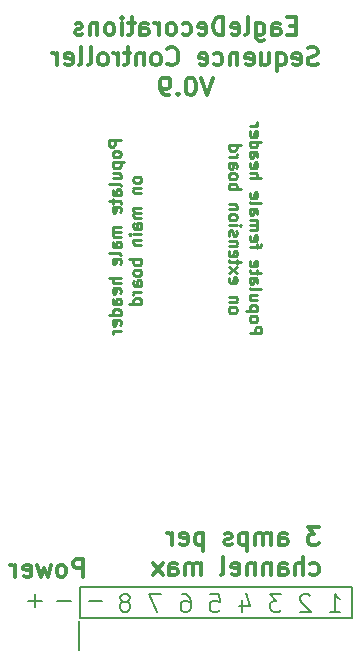
<source format=gbr>
G04 #@! TF.GenerationSoftware,KiCad,Pcbnew,(5.0.0)*
G04 #@! TF.CreationDate,2019-09-03T16:24:46-07:00*
G04 #@! TF.ProjectId,Sequence Controller,53657175656E636520436F6E74726F6C,rev?*
G04 #@! TF.SameCoordinates,Original*
G04 #@! TF.FileFunction,Legend,Bot*
G04 #@! TF.FilePolarity,Positive*
%FSLAX46Y46*%
G04 Gerber Fmt 4.6, Leading zero omitted, Abs format (unit mm)*
G04 Created by KiCad (PCBNEW (5.0.0)) date 09/03/19 16:24:46*
%MOMM*%
%LPD*%
G01*
G04 APERTURE LIST*
%ADD10C,0.200000*%
%ADD11C,0.300000*%
%ADD12C,0.250000*%
G04 APERTURE END LIST*
D10*
X116565680Y-122709940D02*
X116565680Y-125194060D01*
X139674600Y-122478800D02*
X116662200Y-122476260D01*
X139674600Y-119888000D02*
X139674600Y-122478800D01*
X116634260Y-119888000D02*
X139674600Y-119888000D01*
X116634260Y-122463561D02*
X116634260Y-119888000D01*
D11*
X116875665Y-118994311D02*
X116875665Y-117494311D01*
X116304237Y-117494311D01*
X116161380Y-117565740D01*
X116089951Y-117637168D01*
X116018522Y-117780025D01*
X116018522Y-117994311D01*
X116089951Y-118137168D01*
X116161380Y-118208597D01*
X116304237Y-118280025D01*
X116875665Y-118280025D01*
X115161380Y-118994311D02*
X115304237Y-118922882D01*
X115375665Y-118851454D01*
X115447094Y-118708597D01*
X115447094Y-118280025D01*
X115375665Y-118137168D01*
X115304237Y-118065740D01*
X115161380Y-117994311D01*
X114947094Y-117994311D01*
X114804237Y-118065740D01*
X114732808Y-118137168D01*
X114661380Y-118280025D01*
X114661380Y-118708597D01*
X114732808Y-118851454D01*
X114804237Y-118922882D01*
X114947094Y-118994311D01*
X115161380Y-118994311D01*
X114161380Y-117994311D02*
X113875665Y-118994311D01*
X113589951Y-118280025D01*
X113304237Y-118994311D01*
X113018522Y-117994311D01*
X111875665Y-118922882D02*
X112018522Y-118994311D01*
X112304237Y-118994311D01*
X112447094Y-118922882D01*
X112518522Y-118780025D01*
X112518522Y-118208597D01*
X112447094Y-118065740D01*
X112304237Y-117994311D01*
X112018522Y-117994311D01*
X111875665Y-118065740D01*
X111804237Y-118208597D01*
X111804237Y-118351454D01*
X112518522Y-118494311D01*
X111161380Y-118994311D02*
X111161380Y-117994311D01*
X111161380Y-118280025D02*
X111089951Y-118137168D01*
X111018522Y-118065740D01*
X110875665Y-117994311D01*
X110732808Y-117994311D01*
X136837025Y-114807071D02*
X135908454Y-114807071D01*
X136408454Y-115378500D01*
X136194168Y-115378500D01*
X136051311Y-115449928D01*
X135979882Y-115521357D01*
X135908454Y-115664214D01*
X135908454Y-116021357D01*
X135979882Y-116164214D01*
X136051311Y-116235642D01*
X136194168Y-116307071D01*
X136622740Y-116307071D01*
X136765597Y-116235642D01*
X136837025Y-116164214D01*
X133479882Y-116307071D02*
X133479882Y-115521357D01*
X133551311Y-115378500D01*
X133694168Y-115307071D01*
X133979882Y-115307071D01*
X134122740Y-115378500D01*
X133479882Y-116235642D02*
X133622740Y-116307071D01*
X133979882Y-116307071D01*
X134122740Y-116235642D01*
X134194168Y-116092785D01*
X134194168Y-115949928D01*
X134122740Y-115807071D01*
X133979882Y-115735642D01*
X133622740Y-115735642D01*
X133479882Y-115664214D01*
X132765597Y-116307071D02*
X132765597Y-115307071D01*
X132765597Y-115449928D02*
X132694168Y-115378500D01*
X132551311Y-115307071D01*
X132337025Y-115307071D01*
X132194168Y-115378500D01*
X132122740Y-115521357D01*
X132122740Y-116307071D01*
X132122740Y-115521357D02*
X132051311Y-115378500D01*
X131908454Y-115307071D01*
X131694168Y-115307071D01*
X131551311Y-115378500D01*
X131479882Y-115521357D01*
X131479882Y-116307071D01*
X130765597Y-115307071D02*
X130765597Y-116807071D01*
X130765597Y-115378500D02*
X130622740Y-115307071D01*
X130337025Y-115307071D01*
X130194168Y-115378500D01*
X130122740Y-115449928D01*
X130051311Y-115592785D01*
X130051311Y-116021357D01*
X130122740Y-116164214D01*
X130194168Y-116235642D01*
X130337025Y-116307071D01*
X130622740Y-116307071D01*
X130765597Y-116235642D01*
X129479882Y-116235642D02*
X129337025Y-116307071D01*
X129051311Y-116307071D01*
X128908454Y-116235642D01*
X128837025Y-116092785D01*
X128837025Y-116021357D01*
X128908454Y-115878500D01*
X129051311Y-115807071D01*
X129265597Y-115807071D01*
X129408454Y-115735642D01*
X129479882Y-115592785D01*
X129479882Y-115521357D01*
X129408454Y-115378500D01*
X129265597Y-115307071D01*
X129051311Y-115307071D01*
X128908454Y-115378500D01*
X127051311Y-115307071D02*
X127051311Y-116807071D01*
X127051311Y-115378500D02*
X126908454Y-115307071D01*
X126622740Y-115307071D01*
X126479882Y-115378500D01*
X126408454Y-115449928D01*
X126337025Y-115592785D01*
X126337025Y-116021357D01*
X126408454Y-116164214D01*
X126479882Y-116235642D01*
X126622740Y-116307071D01*
X126908454Y-116307071D01*
X127051311Y-116235642D01*
X125122740Y-116235642D02*
X125265597Y-116307071D01*
X125551311Y-116307071D01*
X125694168Y-116235642D01*
X125765597Y-116092785D01*
X125765597Y-115521357D01*
X125694168Y-115378500D01*
X125551311Y-115307071D01*
X125265597Y-115307071D01*
X125122740Y-115378500D01*
X125051311Y-115521357D01*
X125051311Y-115664214D01*
X125765597Y-115807071D01*
X124408454Y-116307071D02*
X124408454Y-115307071D01*
X124408454Y-115592785D02*
X124337025Y-115449928D01*
X124265597Y-115378500D01*
X124122740Y-115307071D01*
X123979882Y-115307071D01*
X136122740Y-118785642D02*
X136265597Y-118857071D01*
X136551311Y-118857071D01*
X136694168Y-118785642D01*
X136765597Y-118714214D01*
X136837025Y-118571357D01*
X136837025Y-118142785D01*
X136765597Y-117999928D01*
X136694168Y-117928500D01*
X136551311Y-117857071D01*
X136265597Y-117857071D01*
X136122740Y-117928500D01*
X135479882Y-118857071D02*
X135479882Y-117357071D01*
X134837025Y-118857071D02*
X134837025Y-118071357D01*
X134908454Y-117928500D01*
X135051311Y-117857071D01*
X135265597Y-117857071D01*
X135408454Y-117928500D01*
X135479882Y-117999928D01*
X133479882Y-118857071D02*
X133479882Y-118071357D01*
X133551311Y-117928500D01*
X133694168Y-117857071D01*
X133979882Y-117857071D01*
X134122740Y-117928500D01*
X133479882Y-118785642D02*
X133622740Y-118857071D01*
X133979882Y-118857071D01*
X134122740Y-118785642D01*
X134194168Y-118642785D01*
X134194168Y-118499928D01*
X134122740Y-118357071D01*
X133979882Y-118285642D01*
X133622740Y-118285642D01*
X133479882Y-118214214D01*
X132765597Y-117857071D02*
X132765597Y-118857071D01*
X132765597Y-117999928D02*
X132694168Y-117928500D01*
X132551311Y-117857071D01*
X132337025Y-117857071D01*
X132194168Y-117928500D01*
X132122740Y-118071357D01*
X132122740Y-118857071D01*
X131408454Y-117857071D02*
X131408454Y-118857071D01*
X131408454Y-117999928D02*
X131337025Y-117928500D01*
X131194168Y-117857071D01*
X130979882Y-117857071D01*
X130837025Y-117928500D01*
X130765597Y-118071357D01*
X130765597Y-118857071D01*
X129479882Y-118785642D02*
X129622740Y-118857071D01*
X129908454Y-118857071D01*
X130051311Y-118785642D01*
X130122740Y-118642785D01*
X130122740Y-118071357D01*
X130051311Y-117928500D01*
X129908454Y-117857071D01*
X129622740Y-117857071D01*
X129479882Y-117928500D01*
X129408454Y-118071357D01*
X129408454Y-118214214D01*
X130122740Y-118357071D01*
X128551311Y-118857071D02*
X128694168Y-118785642D01*
X128765597Y-118642785D01*
X128765597Y-117357071D01*
X126837025Y-118857071D02*
X126837025Y-117857071D01*
X126837025Y-117999928D02*
X126765597Y-117928500D01*
X126622740Y-117857071D01*
X126408454Y-117857071D01*
X126265597Y-117928500D01*
X126194168Y-118071357D01*
X126194168Y-118857071D01*
X126194168Y-118071357D02*
X126122740Y-117928500D01*
X125979882Y-117857071D01*
X125765597Y-117857071D01*
X125622740Y-117928500D01*
X125551311Y-118071357D01*
X125551311Y-118857071D01*
X124194168Y-118857071D02*
X124194168Y-118071357D01*
X124265597Y-117928500D01*
X124408454Y-117857071D01*
X124694168Y-117857071D01*
X124837025Y-117928500D01*
X124194168Y-118785642D02*
X124337025Y-118857071D01*
X124694168Y-118857071D01*
X124837025Y-118785642D01*
X124908454Y-118642785D01*
X124908454Y-118499928D01*
X124837025Y-118357071D01*
X124694168Y-118285642D01*
X124337025Y-118285642D01*
X124194168Y-118214214D01*
X123622740Y-118857071D02*
X122837025Y-117857071D01*
X123622740Y-117857071D02*
X122837025Y-118857071D01*
D12*
X130978619Y-98392142D02*
X131978619Y-98392142D01*
X131978619Y-98011190D01*
X131931000Y-97915952D01*
X131883380Y-97868333D01*
X131788142Y-97820714D01*
X131645285Y-97820714D01*
X131550047Y-97868333D01*
X131502428Y-97915952D01*
X131454809Y-98011190D01*
X131454809Y-98392142D01*
X130978619Y-97249285D02*
X131026238Y-97344523D01*
X131073857Y-97392142D01*
X131169095Y-97439761D01*
X131454809Y-97439761D01*
X131550047Y-97392142D01*
X131597666Y-97344523D01*
X131645285Y-97249285D01*
X131645285Y-97106428D01*
X131597666Y-97011190D01*
X131550047Y-96963571D01*
X131454809Y-96915952D01*
X131169095Y-96915952D01*
X131073857Y-96963571D01*
X131026238Y-97011190D01*
X130978619Y-97106428D01*
X130978619Y-97249285D01*
X131645285Y-96487380D02*
X130645285Y-96487380D01*
X131597666Y-96487380D02*
X131645285Y-96392142D01*
X131645285Y-96201666D01*
X131597666Y-96106428D01*
X131550047Y-96058809D01*
X131454809Y-96011190D01*
X131169095Y-96011190D01*
X131073857Y-96058809D01*
X131026238Y-96106428D01*
X130978619Y-96201666D01*
X130978619Y-96392142D01*
X131026238Y-96487380D01*
X131645285Y-95154047D02*
X130978619Y-95154047D01*
X131645285Y-95582619D02*
X131121476Y-95582619D01*
X131026238Y-95535000D01*
X130978619Y-95439761D01*
X130978619Y-95296904D01*
X131026238Y-95201666D01*
X131073857Y-95154047D01*
X130978619Y-94535000D02*
X131026238Y-94630238D01*
X131121476Y-94677857D01*
X131978619Y-94677857D01*
X130978619Y-93725476D02*
X131502428Y-93725476D01*
X131597666Y-93773095D01*
X131645285Y-93868333D01*
X131645285Y-94058809D01*
X131597666Y-94154047D01*
X131026238Y-93725476D02*
X130978619Y-93820714D01*
X130978619Y-94058809D01*
X131026238Y-94154047D01*
X131121476Y-94201666D01*
X131216714Y-94201666D01*
X131311952Y-94154047D01*
X131359571Y-94058809D01*
X131359571Y-93820714D01*
X131407190Y-93725476D01*
X131645285Y-93392142D02*
X131645285Y-93011190D01*
X131978619Y-93249285D02*
X131121476Y-93249285D01*
X131026238Y-93201666D01*
X130978619Y-93106428D01*
X130978619Y-93011190D01*
X131026238Y-92296904D02*
X130978619Y-92392142D01*
X130978619Y-92582619D01*
X131026238Y-92677857D01*
X131121476Y-92725476D01*
X131502428Y-92725476D01*
X131597666Y-92677857D01*
X131645285Y-92582619D01*
X131645285Y-92392142D01*
X131597666Y-92296904D01*
X131502428Y-92249285D01*
X131407190Y-92249285D01*
X131311952Y-92725476D01*
X131645285Y-91201666D02*
X131645285Y-90820714D01*
X130978619Y-91058809D02*
X131835761Y-91058809D01*
X131931000Y-91011190D01*
X131978619Y-90915952D01*
X131978619Y-90820714D01*
X131026238Y-90106428D02*
X130978619Y-90201666D01*
X130978619Y-90392142D01*
X131026238Y-90487380D01*
X131121476Y-90535000D01*
X131502428Y-90535000D01*
X131597666Y-90487380D01*
X131645285Y-90392142D01*
X131645285Y-90201666D01*
X131597666Y-90106428D01*
X131502428Y-90058809D01*
X131407190Y-90058809D01*
X131311952Y-90535000D01*
X130978619Y-89630238D02*
X131645285Y-89630238D01*
X131550047Y-89630238D02*
X131597666Y-89582619D01*
X131645285Y-89487380D01*
X131645285Y-89344523D01*
X131597666Y-89249285D01*
X131502428Y-89201666D01*
X130978619Y-89201666D01*
X131502428Y-89201666D02*
X131597666Y-89154047D01*
X131645285Y-89058809D01*
X131645285Y-88915952D01*
X131597666Y-88820714D01*
X131502428Y-88773095D01*
X130978619Y-88773095D01*
X130978619Y-87868333D02*
X131502428Y-87868333D01*
X131597666Y-87915952D01*
X131645285Y-88011190D01*
X131645285Y-88201666D01*
X131597666Y-88296904D01*
X131026238Y-87868333D02*
X130978619Y-87963571D01*
X130978619Y-88201666D01*
X131026238Y-88296904D01*
X131121476Y-88344523D01*
X131216714Y-88344523D01*
X131311952Y-88296904D01*
X131359571Y-88201666D01*
X131359571Y-87963571D01*
X131407190Y-87868333D01*
X130978619Y-87249285D02*
X131026238Y-87344523D01*
X131121476Y-87392142D01*
X131978619Y-87392142D01*
X131026238Y-86487380D02*
X130978619Y-86582619D01*
X130978619Y-86773095D01*
X131026238Y-86868333D01*
X131121476Y-86915952D01*
X131502428Y-86915952D01*
X131597666Y-86868333D01*
X131645285Y-86773095D01*
X131645285Y-86582619D01*
X131597666Y-86487380D01*
X131502428Y-86439761D01*
X131407190Y-86439761D01*
X131311952Y-86915952D01*
X130978619Y-85249285D02*
X131978619Y-85249285D01*
X130978619Y-84820714D02*
X131502428Y-84820714D01*
X131597666Y-84868333D01*
X131645285Y-84963571D01*
X131645285Y-85106428D01*
X131597666Y-85201666D01*
X131550047Y-85249285D01*
X131026238Y-83963571D02*
X130978619Y-84058809D01*
X130978619Y-84249285D01*
X131026238Y-84344523D01*
X131121476Y-84392142D01*
X131502428Y-84392142D01*
X131597666Y-84344523D01*
X131645285Y-84249285D01*
X131645285Y-84058809D01*
X131597666Y-83963571D01*
X131502428Y-83915952D01*
X131407190Y-83915952D01*
X131311952Y-84392142D01*
X130978619Y-83058809D02*
X131502428Y-83058809D01*
X131597666Y-83106428D01*
X131645285Y-83201666D01*
X131645285Y-83392142D01*
X131597666Y-83487380D01*
X131026238Y-83058809D02*
X130978619Y-83154047D01*
X130978619Y-83392142D01*
X131026238Y-83487380D01*
X131121476Y-83535000D01*
X131216714Y-83535000D01*
X131311952Y-83487380D01*
X131359571Y-83392142D01*
X131359571Y-83154047D01*
X131407190Y-83058809D01*
X130978619Y-82154047D02*
X131978619Y-82154047D01*
X131026238Y-82154047D02*
X130978619Y-82249285D01*
X130978619Y-82439761D01*
X131026238Y-82535000D01*
X131073857Y-82582619D01*
X131169095Y-82630238D01*
X131454809Y-82630238D01*
X131550047Y-82582619D01*
X131597666Y-82535000D01*
X131645285Y-82439761D01*
X131645285Y-82249285D01*
X131597666Y-82154047D01*
X131026238Y-81296904D02*
X130978619Y-81392142D01*
X130978619Y-81582619D01*
X131026238Y-81677857D01*
X131121476Y-81725476D01*
X131502428Y-81725476D01*
X131597666Y-81677857D01*
X131645285Y-81582619D01*
X131645285Y-81392142D01*
X131597666Y-81296904D01*
X131502428Y-81249285D01*
X131407190Y-81249285D01*
X131311952Y-81725476D01*
X130978619Y-80820714D02*
X131645285Y-80820714D01*
X131454809Y-80820714D02*
X131550047Y-80773095D01*
X131597666Y-80725476D01*
X131645285Y-80630238D01*
X131645285Y-80535000D01*
X129228619Y-96487380D02*
X129276238Y-96582619D01*
X129323857Y-96630238D01*
X129419095Y-96677857D01*
X129704809Y-96677857D01*
X129800047Y-96630238D01*
X129847666Y-96582619D01*
X129895285Y-96487380D01*
X129895285Y-96344523D01*
X129847666Y-96249285D01*
X129800047Y-96201666D01*
X129704809Y-96154047D01*
X129419095Y-96154047D01*
X129323857Y-96201666D01*
X129276238Y-96249285D01*
X129228619Y-96344523D01*
X129228619Y-96487380D01*
X129895285Y-95725476D02*
X129228619Y-95725476D01*
X129800047Y-95725476D02*
X129847666Y-95677857D01*
X129895285Y-95582619D01*
X129895285Y-95439761D01*
X129847666Y-95344523D01*
X129752428Y-95296904D01*
X129228619Y-95296904D01*
X129276238Y-93677857D02*
X129228619Y-93773095D01*
X129228619Y-93963571D01*
X129276238Y-94058809D01*
X129371476Y-94106428D01*
X129752428Y-94106428D01*
X129847666Y-94058809D01*
X129895285Y-93963571D01*
X129895285Y-93773095D01*
X129847666Y-93677857D01*
X129752428Y-93630238D01*
X129657190Y-93630238D01*
X129561952Y-94106428D01*
X129228619Y-93296904D02*
X129895285Y-92773095D01*
X129895285Y-93296904D02*
X129228619Y-92773095D01*
X129895285Y-92535000D02*
X129895285Y-92154047D01*
X130228619Y-92392142D02*
X129371476Y-92392142D01*
X129276238Y-92344523D01*
X129228619Y-92249285D01*
X129228619Y-92154047D01*
X129276238Y-91439761D02*
X129228619Y-91535000D01*
X129228619Y-91725476D01*
X129276238Y-91820714D01*
X129371476Y-91868333D01*
X129752428Y-91868333D01*
X129847666Y-91820714D01*
X129895285Y-91725476D01*
X129895285Y-91535000D01*
X129847666Y-91439761D01*
X129752428Y-91392142D01*
X129657190Y-91392142D01*
X129561952Y-91868333D01*
X129895285Y-90963571D02*
X129228619Y-90963571D01*
X129800047Y-90963571D02*
X129847666Y-90915952D01*
X129895285Y-90820714D01*
X129895285Y-90677857D01*
X129847666Y-90582619D01*
X129752428Y-90535000D01*
X129228619Y-90535000D01*
X129276238Y-90106428D02*
X129228619Y-90011190D01*
X129228619Y-89820714D01*
X129276238Y-89725476D01*
X129371476Y-89677857D01*
X129419095Y-89677857D01*
X129514333Y-89725476D01*
X129561952Y-89820714D01*
X129561952Y-89963571D01*
X129609571Y-90058809D01*
X129704809Y-90106428D01*
X129752428Y-90106428D01*
X129847666Y-90058809D01*
X129895285Y-89963571D01*
X129895285Y-89820714D01*
X129847666Y-89725476D01*
X129228619Y-89249285D02*
X129895285Y-89249285D01*
X130228619Y-89249285D02*
X130181000Y-89296904D01*
X130133380Y-89249285D01*
X130181000Y-89201666D01*
X130228619Y-89249285D01*
X130133380Y-89249285D01*
X129228619Y-88630238D02*
X129276238Y-88725476D01*
X129323857Y-88773095D01*
X129419095Y-88820714D01*
X129704809Y-88820714D01*
X129800047Y-88773095D01*
X129847666Y-88725476D01*
X129895285Y-88630238D01*
X129895285Y-88487380D01*
X129847666Y-88392142D01*
X129800047Y-88344523D01*
X129704809Y-88296904D01*
X129419095Y-88296904D01*
X129323857Y-88344523D01*
X129276238Y-88392142D01*
X129228619Y-88487380D01*
X129228619Y-88630238D01*
X129895285Y-87868333D02*
X129228619Y-87868333D01*
X129800047Y-87868333D02*
X129847666Y-87820714D01*
X129895285Y-87725476D01*
X129895285Y-87582619D01*
X129847666Y-87487380D01*
X129752428Y-87439761D01*
X129228619Y-87439761D01*
X129228619Y-86201666D02*
X130228619Y-86201666D01*
X129847666Y-86201666D02*
X129895285Y-86106428D01*
X129895285Y-85915952D01*
X129847666Y-85820714D01*
X129800047Y-85773095D01*
X129704809Y-85725476D01*
X129419095Y-85725476D01*
X129323857Y-85773095D01*
X129276238Y-85820714D01*
X129228619Y-85915952D01*
X129228619Y-86106428D01*
X129276238Y-86201666D01*
X129228619Y-85154047D02*
X129276238Y-85249285D01*
X129323857Y-85296904D01*
X129419095Y-85344523D01*
X129704809Y-85344523D01*
X129800047Y-85296904D01*
X129847666Y-85249285D01*
X129895285Y-85154047D01*
X129895285Y-85011190D01*
X129847666Y-84915952D01*
X129800047Y-84868333D01*
X129704809Y-84820714D01*
X129419095Y-84820714D01*
X129323857Y-84868333D01*
X129276238Y-84915952D01*
X129228619Y-85011190D01*
X129228619Y-85154047D01*
X129228619Y-83963571D02*
X129752428Y-83963571D01*
X129847666Y-84011190D01*
X129895285Y-84106428D01*
X129895285Y-84296904D01*
X129847666Y-84392142D01*
X129276238Y-83963571D02*
X129228619Y-84058809D01*
X129228619Y-84296904D01*
X129276238Y-84392142D01*
X129371476Y-84439761D01*
X129466714Y-84439761D01*
X129561952Y-84392142D01*
X129609571Y-84296904D01*
X129609571Y-84058809D01*
X129657190Y-83963571D01*
X129228619Y-83487380D02*
X129895285Y-83487380D01*
X129704809Y-83487380D02*
X129800047Y-83439761D01*
X129847666Y-83392142D01*
X129895285Y-83296904D01*
X129895285Y-83201666D01*
X129228619Y-82439761D02*
X130228619Y-82439761D01*
X129276238Y-82439761D02*
X129228619Y-82535000D01*
X129228619Y-82725476D01*
X129276238Y-82820714D01*
X129323857Y-82868333D01*
X129419095Y-82915952D01*
X129704809Y-82915952D01*
X129800047Y-82868333D01*
X129847666Y-82820714D01*
X129895285Y-82725476D01*
X129895285Y-82535000D01*
X129847666Y-82439761D01*
X120057380Y-82016190D02*
X119057380Y-82016190D01*
X119057380Y-82397142D01*
X119105000Y-82492380D01*
X119152619Y-82540000D01*
X119247857Y-82587619D01*
X119390714Y-82587619D01*
X119485952Y-82540000D01*
X119533571Y-82492380D01*
X119581190Y-82397142D01*
X119581190Y-82016190D01*
X120057380Y-83159047D02*
X120009761Y-83063809D01*
X119962142Y-83016190D01*
X119866904Y-82968571D01*
X119581190Y-82968571D01*
X119485952Y-83016190D01*
X119438333Y-83063809D01*
X119390714Y-83159047D01*
X119390714Y-83301904D01*
X119438333Y-83397142D01*
X119485952Y-83444761D01*
X119581190Y-83492380D01*
X119866904Y-83492380D01*
X119962142Y-83444761D01*
X120009761Y-83397142D01*
X120057380Y-83301904D01*
X120057380Y-83159047D01*
X119390714Y-83920952D02*
X120390714Y-83920952D01*
X119438333Y-83920952D02*
X119390714Y-84016190D01*
X119390714Y-84206666D01*
X119438333Y-84301904D01*
X119485952Y-84349523D01*
X119581190Y-84397142D01*
X119866904Y-84397142D01*
X119962142Y-84349523D01*
X120009761Y-84301904D01*
X120057380Y-84206666D01*
X120057380Y-84016190D01*
X120009761Y-83920952D01*
X119390714Y-85254285D02*
X120057380Y-85254285D01*
X119390714Y-84825714D02*
X119914523Y-84825714D01*
X120009761Y-84873333D01*
X120057380Y-84968571D01*
X120057380Y-85111428D01*
X120009761Y-85206666D01*
X119962142Y-85254285D01*
X120057380Y-85873333D02*
X120009761Y-85778095D01*
X119914523Y-85730476D01*
X119057380Y-85730476D01*
X120057380Y-86682857D02*
X119533571Y-86682857D01*
X119438333Y-86635238D01*
X119390714Y-86540000D01*
X119390714Y-86349523D01*
X119438333Y-86254285D01*
X120009761Y-86682857D02*
X120057380Y-86587619D01*
X120057380Y-86349523D01*
X120009761Y-86254285D01*
X119914523Y-86206666D01*
X119819285Y-86206666D01*
X119724047Y-86254285D01*
X119676428Y-86349523D01*
X119676428Y-86587619D01*
X119628809Y-86682857D01*
X119390714Y-87016190D02*
X119390714Y-87397142D01*
X119057380Y-87159047D02*
X119914523Y-87159047D01*
X120009761Y-87206666D01*
X120057380Y-87301904D01*
X120057380Y-87397142D01*
X120009761Y-88111428D02*
X120057380Y-88016190D01*
X120057380Y-87825714D01*
X120009761Y-87730476D01*
X119914523Y-87682857D01*
X119533571Y-87682857D01*
X119438333Y-87730476D01*
X119390714Y-87825714D01*
X119390714Y-88016190D01*
X119438333Y-88111428D01*
X119533571Y-88159047D01*
X119628809Y-88159047D01*
X119724047Y-87682857D01*
X120057380Y-89349523D02*
X119390714Y-89349523D01*
X119485952Y-89349523D02*
X119438333Y-89397142D01*
X119390714Y-89492380D01*
X119390714Y-89635238D01*
X119438333Y-89730476D01*
X119533571Y-89778095D01*
X120057380Y-89778095D01*
X119533571Y-89778095D02*
X119438333Y-89825714D01*
X119390714Y-89920952D01*
X119390714Y-90063809D01*
X119438333Y-90159047D01*
X119533571Y-90206666D01*
X120057380Y-90206666D01*
X120057380Y-91111428D02*
X119533571Y-91111428D01*
X119438333Y-91063809D01*
X119390714Y-90968571D01*
X119390714Y-90778095D01*
X119438333Y-90682857D01*
X120009761Y-91111428D02*
X120057380Y-91016190D01*
X120057380Y-90778095D01*
X120009761Y-90682857D01*
X119914523Y-90635238D01*
X119819285Y-90635238D01*
X119724047Y-90682857D01*
X119676428Y-90778095D01*
X119676428Y-91016190D01*
X119628809Y-91111428D01*
X120057380Y-91730476D02*
X120009761Y-91635238D01*
X119914523Y-91587619D01*
X119057380Y-91587619D01*
X120009761Y-92492380D02*
X120057380Y-92397142D01*
X120057380Y-92206666D01*
X120009761Y-92111428D01*
X119914523Y-92063809D01*
X119533571Y-92063809D01*
X119438333Y-92111428D01*
X119390714Y-92206666D01*
X119390714Y-92397142D01*
X119438333Y-92492380D01*
X119533571Y-92540000D01*
X119628809Y-92540000D01*
X119724047Y-92063809D01*
X120057380Y-93730476D02*
X119057380Y-93730476D01*
X120057380Y-94159047D02*
X119533571Y-94159047D01*
X119438333Y-94111428D01*
X119390714Y-94016190D01*
X119390714Y-93873333D01*
X119438333Y-93778095D01*
X119485952Y-93730476D01*
X120009761Y-95016190D02*
X120057380Y-94920952D01*
X120057380Y-94730476D01*
X120009761Y-94635238D01*
X119914523Y-94587619D01*
X119533571Y-94587619D01*
X119438333Y-94635238D01*
X119390714Y-94730476D01*
X119390714Y-94920952D01*
X119438333Y-95016190D01*
X119533571Y-95063809D01*
X119628809Y-95063809D01*
X119724047Y-94587619D01*
X120057380Y-95920952D02*
X119533571Y-95920952D01*
X119438333Y-95873333D01*
X119390714Y-95778095D01*
X119390714Y-95587619D01*
X119438333Y-95492380D01*
X120009761Y-95920952D02*
X120057380Y-95825714D01*
X120057380Y-95587619D01*
X120009761Y-95492380D01*
X119914523Y-95444761D01*
X119819285Y-95444761D01*
X119724047Y-95492380D01*
X119676428Y-95587619D01*
X119676428Y-95825714D01*
X119628809Y-95920952D01*
X120057380Y-96825714D02*
X119057380Y-96825714D01*
X120009761Y-96825714D02*
X120057380Y-96730476D01*
X120057380Y-96540000D01*
X120009761Y-96444761D01*
X119962142Y-96397142D01*
X119866904Y-96349523D01*
X119581190Y-96349523D01*
X119485952Y-96397142D01*
X119438333Y-96444761D01*
X119390714Y-96540000D01*
X119390714Y-96730476D01*
X119438333Y-96825714D01*
X120009761Y-97682857D02*
X120057380Y-97587619D01*
X120057380Y-97397142D01*
X120009761Y-97301904D01*
X119914523Y-97254285D01*
X119533571Y-97254285D01*
X119438333Y-97301904D01*
X119390714Y-97397142D01*
X119390714Y-97587619D01*
X119438333Y-97682857D01*
X119533571Y-97730476D01*
X119628809Y-97730476D01*
X119724047Y-97254285D01*
X120057380Y-98159047D02*
X119390714Y-98159047D01*
X119581190Y-98159047D02*
X119485952Y-98206666D01*
X119438333Y-98254285D01*
X119390714Y-98349523D01*
X119390714Y-98444761D01*
X121807380Y-85325714D02*
X121759761Y-85230476D01*
X121712142Y-85182857D01*
X121616904Y-85135238D01*
X121331190Y-85135238D01*
X121235952Y-85182857D01*
X121188333Y-85230476D01*
X121140714Y-85325714D01*
X121140714Y-85468571D01*
X121188333Y-85563809D01*
X121235952Y-85611428D01*
X121331190Y-85659047D01*
X121616904Y-85659047D01*
X121712142Y-85611428D01*
X121759761Y-85563809D01*
X121807380Y-85468571D01*
X121807380Y-85325714D01*
X121140714Y-86087619D02*
X121807380Y-86087619D01*
X121235952Y-86087619D02*
X121188333Y-86135238D01*
X121140714Y-86230476D01*
X121140714Y-86373333D01*
X121188333Y-86468571D01*
X121283571Y-86516190D01*
X121807380Y-86516190D01*
X121807380Y-87754285D02*
X121140714Y-87754285D01*
X121235952Y-87754285D02*
X121188333Y-87801904D01*
X121140714Y-87897142D01*
X121140714Y-88040000D01*
X121188333Y-88135238D01*
X121283571Y-88182857D01*
X121807380Y-88182857D01*
X121283571Y-88182857D02*
X121188333Y-88230476D01*
X121140714Y-88325714D01*
X121140714Y-88468571D01*
X121188333Y-88563809D01*
X121283571Y-88611428D01*
X121807380Y-88611428D01*
X121807380Y-89516190D02*
X121283571Y-89516190D01*
X121188333Y-89468571D01*
X121140714Y-89373333D01*
X121140714Y-89182857D01*
X121188333Y-89087619D01*
X121759761Y-89516190D02*
X121807380Y-89420952D01*
X121807380Y-89182857D01*
X121759761Y-89087619D01*
X121664523Y-89040000D01*
X121569285Y-89040000D01*
X121474047Y-89087619D01*
X121426428Y-89182857D01*
X121426428Y-89420952D01*
X121378809Y-89516190D01*
X121807380Y-89992380D02*
X121140714Y-89992380D01*
X120807380Y-89992380D02*
X120855000Y-89944761D01*
X120902619Y-89992380D01*
X120855000Y-90040000D01*
X120807380Y-89992380D01*
X120902619Y-89992380D01*
X121140714Y-90468571D02*
X121807380Y-90468571D01*
X121235952Y-90468571D02*
X121188333Y-90516190D01*
X121140714Y-90611428D01*
X121140714Y-90754285D01*
X121188333Y-90849523D01*
X121283571Y-90897142D01*
X121807380Y-90897142D01*
X121807380Y-92135238D02*
X120807380Y-92135238D01*
X121188333Y-92135238D02*
X121140714Y-92230476D01*
X121140714Y-92420952D01*
X121188333Y-92516190D01*
X121235952Y-92563809D01*
X121331190Y-92611428D01*
X121616904Y-92611428D01*
X121712142Y-92563809D01*
X121759761Y-92516190D01*
X121807380Y-92420952D01*
X121807380Y-92230476D01*
X121759761Y-92135238D01*
X121807380Y-93182857D02*
X121759761Y-93087619D01*
X121712142Y-93040000D01*
X121616904Y-92992380D01*
X121331190Y-92992380D01*
X121235952Y-93040000D01*
X121188333Y-93087619D01*
X121140714Y-93182857D01*
X121140714Y-93325714D01*
X121188333Y-93420952D01*
X121235952Y-93468571D01*
X121331190Y-93516190D01*
X121616904Y-93516190D01*
X121712142Y-93468571D01*
X121759761Y-93420952D01*
X121807380Y-93325714D01*
X121807380Y-93182857D01*
X121807380Y-94373333D02*
X121283571Y-94373333D01*
X121188333Y-94325714D01*
X121140714Y-94230476D01*
X121140714Y-94040000D01*
X121188333Y-93944761D01*
X121759761Y-94373333D02*
X121807380Y-94278095D01*
X121807380Y-94040000D01*
X121759761Y-93944761D01*
X121664523Y-93897142D01*
X121569285Y-93897142D01*
X121474047Y-93944761D01*
X121426428Y-94040000D01*
X121426428Y-94278095D01*
X121378809Y-94373333D01*
X121807380Y-94849523D02*
X121140714Y-94849523D01*
X121331190Y-94849523D02*
X121235952Y-94897142D01*
X121188333Y-94944761D01*
X121140714Y-95040000D01*
X121140714Y-95135238D01*
X121807380Y-95897142D02*
X120807380Y-95897142D01*
X121759761Y-95897142D02*
X121807380Y-95801904D01*
X121807380Y-95611428D01*
X121759761Y-95516190D01*
X121712142Y-95468571D01*
X121616904Y-95420952D01*
X121331190Y-95420952D01*
X121235952Y-95468571D01*
X121188333Y-95516190D01*
X121140714Y-95611428D01*
X121140714Y-95801904D01*
X121188333Y-95897142D01*
D10*
X136109351Y-120600768D02*
X136037922Y-120529340D01*
X135895065Y-120457911D01*
X135537922Y-120457911D01*
X135395065Y-120529340D01*
X135323637Y-120600768D01*
X135252208Y-120743625D01*
X135252208Y-120886482D01*
X135323637Y-121100768D01*
X136180780Y-121957911D01*
X135252208Y-121957911D01*
X127673637Y-120457911D02*
X128387922Y-120457911D01*
X128459351Y-121172197D01*
X128387922Y-121100768D01*
X128245065Y-121029340D01*
X127887922Y-121029340D01*
X127745065Y-121100768D01*
X127673637Y-121172197D01*
X127602208Y-121315054D01*
X127602208Y-121672197D01*
X127673637Y-121815054D01*
X127745065Y-121886482D01*
X127887922Y-121957911D01*
X128245065Y-121957911D01*
X128387922Y-121886482D01*
X128459351Y-121815054D01*
X123470780Y-120457911D02*
X122470780Y-120457911D01*
X123113637Y-121957911D01*
X125285065Y-120457911D02*
X125570780Y-120457911D01*
X125713637Y-120529340D01*
X125785065Y-120600768D01*
X125927922Y-120815054D01*
X125999351Y-121100768D01*
X125999351Y-121672197D01*
X125927922Y-121815054D01*
X125856494Y-121886482D01*
X125713637Y-121957911D01*
X125427922Y-121957911D01*
X125285065Y-121886482D01*
X125213637Y-121815054D01*
X125142208Y-121672197D01*
X125142208Y-121315054D01*
X125213637Y-121172197D01*
X125285065Y-121100768D01*
X125427922Y-121029340D01*
X125713637Y-121029340D01*
X125856494Y-121100768D01*
X125927922Y-121172197D01*
X125999351Y-121315054D01*
X130335065Y-120957911D02*
X130335065Y-121957911D01*
X130692208Y-120386482D02*
X131049351Y-121457911D01*
X130120780Y-121457911D01*
X120573637Y-121100768D02*
X120716494Y-121029340D01*
X120787922Y-120957911D01*
X120859351Y-120815054D01*
X120859351Y-120743625D01*
X120787922Y-120600768D01*
X120716494Y-120529340D01*
X120573637Y-120457911D01*
X120287922Y-120457911D01*
X120145065Y-120529340D01*
X120073637Y-120600768D01*
X120002208Y-120743625D01*
X120002208Y-120815054D01*
X120073637Y-120957911D01*
X120145065Y-121029340D01*
X120287922Y-121100768D01*
X120573637Y-121100768D01*
X120716494Y-121172197D01*
X120787922Y-121243625D01*
X120859351Y-121386482D01*
X120859351Y-121672197D01*
X120787922Y-121815054D01*
X120716494Y-121886482D01*
X120573637Y-121957911D01*
X120287922Y-121957911D01*
X120145065Y-121886482D01*
X120073637Y-121815054D01*
X120002208Y-121672197D01*
X120002208Y-121386482D01*
X120073637Y-121243625D01*
X120145065Y-121172197D01*
X120287922Y-121100768D01*
X133660780Y-120457911D02*
X132732208Y-120457911D01*
X133232208Y-121029340D01*
X133017922Y-121029340D01*
X132875065Y-121100768D01*
X132803637Y-121172197D01*
X132732208Y-121315054D01*
X132732208Y-121672197D01*
X132803637Y-121815054D01*
X132875065Y-121886482D01*
X133017922Y-121957911D01*
X133446494Y-121957911D01*
X133589351Y-121886482D01*
X133660780Y-121815054D01*
X137792208Y-121957911D02*
X138649351Y-121957911D01*
X138220780Y-121957911D02*
X138220780Y-120457911D01*
X138363637Y-120672197D01*
X138506494Y-120815054D01*
X138649351Y-120886482D01*
X117360771Y-121010562D02*
X118503628Y-121010562D01*
X112240771Y-121010562D02*
X113383628Y-121010562D01*
X112812200Y-121581991D02*
X112812200Y-120439134D01*
X114680771Y-121010562D02*
X115823628Y-121010562D01*
D11*
X134888868Y-72351597D02*
X134388868Y-72351597D01*
X134174582Y-73137311D02*
X134888868Y-73137311D01*
X134888868Y-71637311D01*
X134174582Y-71637311D01*
X132888868Y-73137311D02*
X132888868Y-72351597D01*
X132960297Y-72208740D01*
X133103154Y-72137311D01*
X133388868Y-72137311D01*
X133531725Y-72208740D01*
X132888868Y-73065882D02*
X133031725Y-73137311D01*
X133388868Y-73137311D01*
X133531725Y-73065882D01*
X133603154Y-72923025D01*
X133603154Y-72780168D01*
X133531725Y-72637311D01*
X133388868Y-72565882D01*
X133031725Y-72565882D01*
X132888868Y-72494454D01*
X131531725Y-72137311D02*
X131531725Y-73351597D01*
X131603154Y-73494454D01*
X131674582Y-73565882D01*
X131817440Y-73637311D01*
X132031725Y-73637311D01*
X132174582Y-73565882D01*
X131531725Y-73065882D02*
X131674582Y-73137311D01*
X131960297Y-73137311D01*
X132103154Y-73065882D01*
X132174582Y-72994454D01*
X132246011Y-72851597D01*
X132246011Y-72423025D01*
X132174582Y-72280168D01*
X132103154Y-72208740D01*
X131960297Y-72137311D01*
X131674582Y-72137311D01*
X131531725Y-72208740D01*
X130603154Y-73137311D02*
X130746011Y-73065882D01*
X130817440Y-72923025D01*
X130817440Y-71637311D01*
X129460297Y-73065882D02*
X129603154Y-73137311D01*
X129888868Y-73137311D01*
X130031725Y-73065882D01*
X130103154Y-72923025D01*
X130103154Y-72351597D01*
X130031725Y-72208740D01*
X129888868Y-72137311D01*
X129603154Y-72137311D01*
X129460297Y-72208740D01*
X129388868Y-72351597D01*
X129388868Y-72494454D01*
X130103154Y-72637311D01*
X128746011Y-73137311D02*
X128746011Y-71637311D01*
X128388868Y-71637311D01*
X128174582Y-71708740D01*
X128031725Y-71851597D01*
X127960297Y-71994454D01*
X127888868Y-72280168D01*
X127888868Y-72494454D01*
X127960297Y-72780168D01*
X128031725Y-72923025D01*
X128174582Y-73065882D01*
X128388868Y-73137311D01*
X128746011Y-73137311D01*
X126674582Y-73065882D02*
X126817440Y-73137311D01*
X127103154Y-73137311D01*
X127246011Y-73065882D01*
X127317440Y-72923025D01*
X127317440Y-72351597D01*
X127246011Y-72208740D01*
X127103154Y-72137311D01*
X126817440Y-72137311D01*
X126674582Y-72208740D01*
X126603154Y-72351597D01*
X126603154Y-72494454D01*
X127317440Y-72637311D01*
X125317440Y-73065882D02*
X125460297Y-73137311D01*
X125746011Y-73137311D01*
X125888868Y-73065882D01*
X125960297Y-72994454D01*
X126031725Y-72851597D01*
X126031725Y-72423025D01*
X125960297Y-72280168D01*
X125888868Y-72208740D01*
X125746011Y-72137311D01*
X125460297Y-72137311D01*
X125317440Y-72208740D01*
X124460297Y-73137311D02*
X124603154Y-73065882D01*
X124674582Y-72994454D01*
X124746011Y-72851597D01*
X124746011Y-72423025D01*
X124674582Y-72280168D01*
X124603154Y-72208740D01*
X124460297Y-72137311D01*
X124246011Y-72137311D01*
X124103154Y-72208740D01*
X124031725Y-72280168D01*
X123960297Y-72423025D01*
X123960297Y-72851597D01*
X124031725Y-72994454D01*
X124103154Y-73065882D01*
X124246011Y-73137311D01*
X124460297Y-73137311D01*
X123317440Y-73137311D02*
X123317440Y-72137311D01*
X123317440Y-72423025D02*
X123246011Y-72280168D01*
X123174582Y-72208740D01*
X123031725Y-72137311D01*
X122888868Y-72137311D01*
X121746011Y-73137311D02*
X121746011Y-72351597D01*
X121817440Y-72208740D01*
X121960297Y-72137311D01*
X122246011Y-72137311D01*
X122388868Y-72208740D01*
X121746011Y-73065882D02*
X121888868Y-73137311D01*
X122246011Y-73137311D01*
X122388868Y-73065882D01*
X122460297Y-72923025D01*
X122460297Y-72780168D01*
X122388868Y-72637311D01*
X122246011Y-72565882D01*
X121888868Y-72565882D01*
X121746011Y-72494454D01*
X121246011Y-72137311D02*
X120674582Y-72137311D01*
X121031725Y-71637311D02*
X121031725Y-72923025D01*
X120960297Y-73065882D01*
X120817440Y-73137311D01*
X120674582Y-73137311D01*
X120174582Y-73137311D02*
X120174582Y-72137311D01*
X120174582Y-71637311D02*
X120246011Y-71708740D01*
X120174582Y-71780168D01*
X120103154Y-71708740D01*
X120174582Y-71637311D01*
X120174582Y-71780168D01*
X119246011Y-73137311D02*
X119388868Y-73065882D01*
X119460297Y-72994454D01*
X119531725Y-72851597D01*
X119531725Y-72423025D01*
X119460297Y-72280168D01*
X119388868Y-72208740D01*
X119246011Y-72137311D01*
X119031725Y-72137311D01*
X118888868Y-72208740D01*
X118817440Y-72280168D01*
X118746011Y-72423025D01*
X118746011Y-72851597D01*
X118817440Y-72994454D01*
X118888868Y-73065882D01*
X119031725Y-73137311D01*
X119246011Y-73137311D01*
X118103154Y-72137311D02*
X118103154Y-73137311D01*
X118103154Y-72280168D02*
X118031725Y-72208740D01*
X117888868Y-72137311D01*
X117674582Y-72137311D01*
X117531725Y-72208740D01*
X117460297Y-72351597D01*
X117460297Y-73137311D01*
X116817440Y-73065882D02*
X116674582Y-73137311D01*
X116388868Y-73137311D01*
X116246011Y-73065882D01*
X116174582Y-72923025D01*
X116174582Y-72851597D01*
X116246011Y-72708740D01*
X116388868Y-72637311D01*
X116603154Y-72637311D01*
X116746011Y-72565882D01*
X116817440Y-72423025D01*
X116817440Y-72351597D01*
X116746011Y-72208740D01*
X116603154Y-72137311D01*
X116388868Y-72137311D01*
X116246011Y-72208740D01*
X136746011Y-75615882D02*
X136531725Y-75687311D01*
X136174582Y-75687311D01*
X136031725Y-75615882D01*
X135960297Y-75544454D01*
X135888868Y-75401597D01*
X135888868Y-75258740D01*
X135960297Y-75115882D01*
X136031725Y-75044454D01*
X136174582Y-74973025D01*
X136460297Y-74901597D01*
X136603154Y-74830168D01*
X136674582Y-74758740D01*
X136746011Y-74615882D01*
X136746011Y-74473025D01*
X136674582Y-74330168D01*
X136603154Y-74258740D01*
X136460297Y-74187311D01*
X136103154Y-74187311D01*
X135888868Y-74258740D01*
X134674582Y-75615882D02*
X134817440Y-75687311D01*
X135103154Y-75687311D01*
X135246011Y-75615882D01*
X135317440Y-75473025D01*
X135317440Y-74901597D01*
X135246011Y-74758740D01*
X135103154Y-74687311D01*
X134817440Y-74687311D01*
X134674582Y-74758740D01*
X134603154Y-74901597D01*
X134603154Y-75044454D01*
X135317440Y-75187311D01*
X133317440Y-74687311D02*
X133317440Y-76187311D01*
X133317440Y-75615882D02*
X133460297Y-75687311D01*
X133746011Y-75687311D01*
X133888868Y-75615882D01*
X133960297Y-75544454D01*
X134031725Y-75401597D01*
X134031725Y-74973025D01*
X133960297Y-74830168D01*
X133888868Y-74758740D01*
X133746011Y-74687311D01*
X133460297Y-74687311D01*
X133317440Y-74758740D01*
X131960297Y-74687311D02*
X131960297Y-75687311D01*
X132603154Y-74687311D02*
X132603154Y-75473025D01*
X132531725Y-75615882D01*
X132388868Y-75687311D01*
X132174582Y-75687311D01*
X132031725Y-75615882D01*
X131960297Y-75544454D01*
X130674582Y-75615882D02*
X130817439Y-75687311D01*
X131103154Y-75687311D01*
X131246011Y-75615882D01*
X131317439Y-75473025D01*
X131317439Y-74901597D01*
X131246011Y-74758740D01*
X131103154Y-74687311D01*
X130817439Y-74687311D01*
X130674582Y-74758740D01*
X130603154Y-74901597D01*
X130603154Y-75044454D01*
X131317439Y-75187311D01*
X129960297Y-74687311D02*
X129960297Y-75687311D01*
X129960297Y-74830168D02*
X129888868Y-74758740D01*
X129746011Y-74687311D01*
X129531725Y-74687311D01*
X129388868Y-74758740D01*
X129317439Y-74901597D01*
X129317439Y-75687311D01*
X127960297Y-75615882D02*
X128103154Y-75687311D01*
X128388868Y-75687311D01*
X128531725Y-75615882D01*
X128603154Y-75544454D01*
X128674582Y-75401597D01*
X128674582Y-74973025D01*
X128603154Y-74830168D01*
X128531725Y-74758740D01*
X128388868Y-74687311D01*
X128103154Y-74687311D01*
X127960297Y-74758740D01*
X126746011Y-75615882D02*
X126888868Y-75687311D01*
X127174582Y-75687311D01*
X127317440Y-75615882D01*
X127388868Y-75473025D01*
X127388868Y-74901597D01*
X127317440Y-74758740D01*
X127174582Y-74687311D01*
X126888868Y-74687311D01*
X126746011Y-74758740D01*
X126674582Y-74901597D01*
X126674582Y-75044454D01*
X127388868Y-75187311D01*
X124031725Y-75544454D02*
X124103154Y-75615882D01*
X124317440Y-75687311D01*
X124460297Y-75687311D01*
X124674582Y-75615882D01*
X124817440Y-75473025D01*
X124888868Y-75330168D01*
X124960297Y-75044454D01*
X124960297Y-74830168D01*
X124888868Y-74544454D01*
X124817440Y-74401597D01*
X124674582Y-74258740D01*
X124460297Y-74187311D01*
X124317440Y-74187311D01*
X124103154Y-74258740D01*
X124031725Y-74330168D01*
X123174582Y-75687311D02*
X123317440Y-75615882D01*
X123388868Y-75544454D01*
X123460297Y-75401597D01*
X123460297Y-74973025D01*
X123388868Y-74830168D01*
X123317440Y-74758740D01*
X123174582Y-74687311D01*
X122960297Y-74687311D01*
X122817440Y-74758740D01*
X122746011Y-74830168D01*
X122674582Y-74973025D01*
X122674582Y-75401597D01*
X122746011Y-75544454D01*
X122817440Y-75615882D01*
X122960297Y-75687311D01*
X123174582Y-75687311D01*
X122031725Y-74687311D02*
X122031725Y-75687311D01*
X122031725Y-74830168D02*
X121960297Y-74758740D01*
X121817440Y-74687311D01*
X121603154Y-74687311D01*
X121460297Y-74758740D01*
X121388868Y-74901597D01*
X121388868Y-75687311D01*
X120888868Y-74687311D02*
X120317440Y-74687311D01*
X120674582Y-74187311D02*
X120674582Y-75473025D01*
X120603154Y-75615882D01*
X120460297Y-75687311D01*
X120317440Y-75687311D01*
X119817440Y-75687311D02*
X119817440Y-74687311D01*
X119817440Y-74973025D02*
X119746011Y-74830168D01*
X119674582Y-74758740D01*
X119531725Y-74687311D01*
X119388868Y-74687311D01*
X118674582Y-75687311D02*
X118817440Y-75615882D01*
X118888868Y-75544454D01*
X118960297Y-75401597D01*
X118960297Y-74973025D01*
X118888868Y-74830168D01*
X118817440Y-74758740D01*
X118674582Y-74687311D01*
X118460297Y-74687311D01*
X118317440Y-74758740D01*
X118246011Y-74830168D01*
X118174582Y-74973025D01*
X118174582Y-75401597D01*
X118246011Y-75544454D01*
X118317440Y-75615882D01*
X118460297Y-75687311D01*
X118674582Y-75687311D01*
X117317440Y-75687311D02*
X117460297Y-75615882D01*
X117531725Y-75473025D01*
X117531725Y-74187311D01*
X116531725Y-75687311D02*
X116674582Y-75615882D01*
X116746011Y-75473025D01*
X116746011Y-74187311D01*
X115388868Y-75615882D02*
X115531725Y-75687311D01*
X115817440Y-75687311D01*
X115960297Y-75615882D01*
X116031725Y-75473025D01*
X116031725Y-74901597D01*
X115960297Y-74758740D01*
X115817440Y-74687311D01*
X115531725Y-74687311D01*
X115388868Y-74758740D01*
X115317440Y-74901597D01*
X115317440Y-75044454D01*
X116031725Y-75187311D01*
X114674582Y-75687311D02*
X114674582Y-74687311D01*
X114674582Y-74973025D02*
X114603154Y-74830168D01*
X114531725Y-74758740D01*
X114388868Y-74687311D01*
X114246011Y-74687311D01*
X127853154Y-76737311D02*
X127353154Y-78237311D01*
X126853154Y-76737311D01*
X126067440Y-76737311D02*
X125924582Y-76737311D01*
X125781725Y-76808740D01*
X125710297Y-76880168D01*
X125638868Y-77023025D01*
X125567440Y-77308740D01*
X125567440Y-77665882D01*
X125638868Y-77951597D01*
X125710297Y-78094454D01*
X125781725Y-78165882D01*
X125924582Y-78237311D01*
X126067440Y-78237311D01*
X126210297Y-78165882D01*
X126281725Y-78094454D01*
X126353154Y-77951597D01*
X126424582Y-77665882D01*
X126424582Y-77308740D01*
X126353154Y-77023025D01*
X126281725Y-76880168D01*
X126210297Y-76808740D01*
X126067440Y-76737311D01*
X124924582Y-78094454D02*
X124853154Y-78165882D01*
X124924582Y-78237311D01*
X124996011Y-78165882D01*
X124924582Y-78094454D01*
X124924582Y-78237311D01*
X124138868Y-78237311D02*
X123853154Y-78237311D01*
X123710297Y-78165882D01*
X123638868Y-78094454D01*
X123496011Y-77880168D01*
X123424582Y-77594454D01*
X123424582Y-77023025D01*
X123496011Y-76880168D01*
X123567440Y-76808740D01*
X123710297Y-76737311D01*
X123996011Y-76737311D01*
X124138868Y-76808740D01*
X124210297Y-76880168D01*
X124281725Y-77023025D01*
X124281725Y-77380168D01*
X124210297Y-77523025D01*
X124138868Y-77594454D01*
X123996011Y-77665882D01*
X123710297Y-77665882D01*
X123567440Y-77594454D01*
X123496011Y-77523025D01*
X123424582Y-77380168D01*
M02*

</source>
